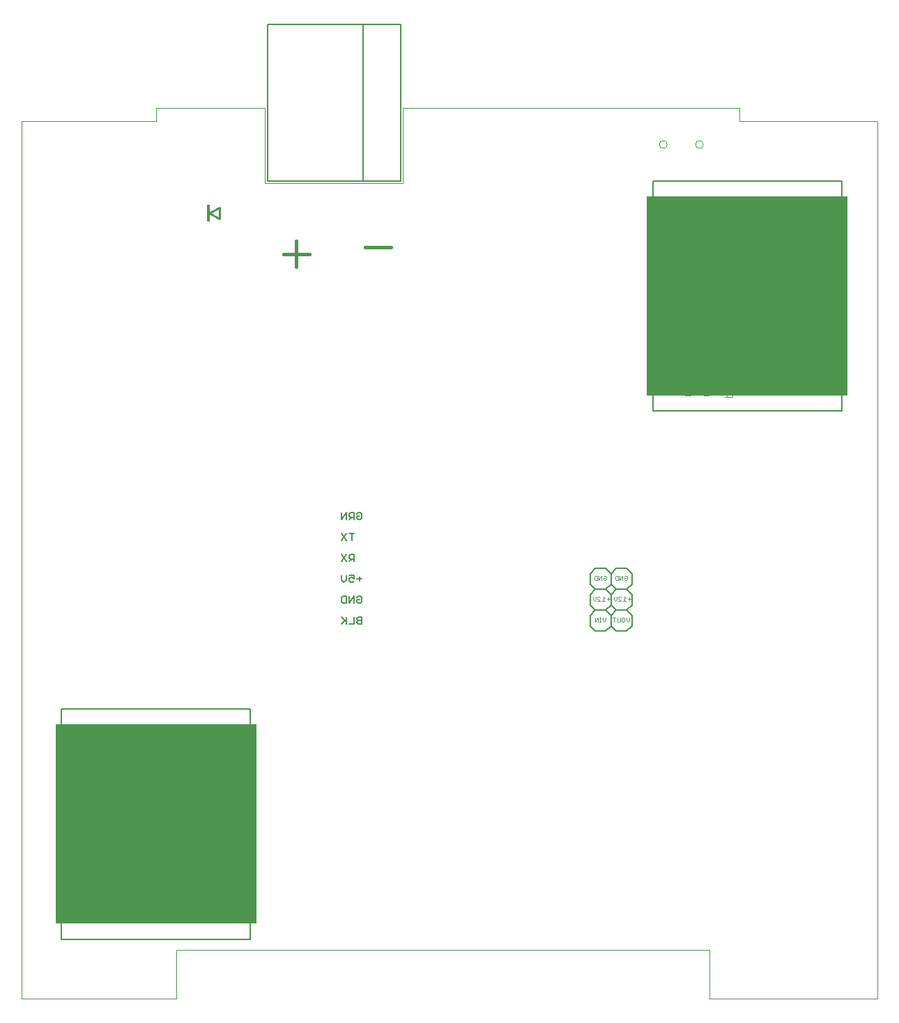
<source format=gbo>
G75*
G70*
%OFA0B0*%
%FSLAX24Y24*%
%IPPOS*%
%LPD*%
%AMOC8*
5,1,8,0,0,1.08239X$1,22.5*
%
%ADD10C,0.0000*%
%ADD11R,0.9600X0.9550*%
%ADD12C,0.0050*%
%ADD13C,0.0060*%
%ADD14C,0.0030*%
%ADD15C,0.0100*%
%ADD16R,0.0118X0.0827*%
%ADD17C,0.0080*%
%ADD18C,0.0040*%
%ADD19C,0.0160*%
D10*
X021939Y006539D02*
X029339Y006539D01*
X029339Y008889D01*
X054839Y008889D01*
X054839Y006539D01*
X062884Y006539D01*
X062884Y048546D01*
X056289Y048546D01*
X056289Y049189D01*
X040189Y049189D01*
X040189Y045589D01*
X033589Y045589D01*
X033589Y049189D01*
X028389Y049189D01*
X028389Y048546D01*
X021939Y048546D01*
X021939Y006539D01*
X023089Y006539D02*
X027489Y006539D01*
X057539Y006539D02*
X061939Y006539D01*
X054179Y047439D02*
X054181Y047465D01*
X054187Y047491D01*
X054197Y047516D01*
X054210Y047539D01*
X054226Y047559D01*
X054246Y047577D01*
X054268Y047592D01*
X054291Y047604D01*
X054317Y047612D01*
X054343Y047616D01*
X054369Y047616D01*
X054395Y047612D01*
X054421Y047604D01*
X054445Y047592D01*
X054466Y047577D01*
X054486Y047559D01*
X054502Y047539D01*
X054515Y047516D01*
X054525Y047491D01*
X054531Y047465D01*
X054533Y047439D01*
X054531Y047413D01*
X054525Y047387D01*
X054515Y047362D01*
X054502Y047339D01*
X054486Y047319D01*
X054466Y047301D01*
X054444Y047286D01*
X054421Y047274D01*
X054395Y047266D01*
X054369Y047262D01*
X054343Y047262D01*
X054317Y047266D01*
X054291Y047274D01*
X054267Y047286D01*
X054246Y047301D01*
X054226Y047319D01*
X054210Y047339D01*
X054197Y047362D01*
X054187Y047387D01*
X054181Y047413D01*
X054179Y047439D01*
X052446Y047439D02*
X052448Y047465D01*
X052454Y047491D01*
X052464Y047516D01*
X052477Y047539D01*
X052493Y047559D01*
X052513Y047577D01*
X052535Y047592D01*
X052558Y047604D01*
X052584Y047612D01*
X052610Y047616D01*
X052636Y047616D01*
X052662Y047612D01*
X052688Y047604D01*
X052712Y047592D01*
X052733Y047577D01*
X052753Y047559D01*
X052769Y047539D01*
X052782Y047516D01*
X052792Y047491D01*
X052798Y047465D01*
X052800Y047439D01*
X052798Y047413D01*
X052792Y047387D01*
X052782Y047362D01*
X052769Y047339D01*
X052753Y047319D01*
X052733Y047301D01*
X052711Y047286D01*
X052688Y047274D01*
X052662Y047266D01*
X052636Y047262D01*
X052610Y047262D01*
X052584Y047266D01*
X052558Y047274D01*
X052534Y047286D01*
X052513Y047301D01*
X052493Y047319D01*
X052477Y047339D01*
X052464Y047362D01*
X052454Y047387D01*
X052448Y047413D01*
X052446Y047439D01*
X057539Y048546D02*
X061939Y048546D01*
X027489Y048546D02*
X023089Y048546D01*
D11*
X056639Y040164D03*
X028389Y014914D03*
D12*
X032894Y020413D02*
X032894Y009389D01*
X023839Y009389D01*
X023839Y020413D01*
X032894Y020413D01*
X052134Y034666D02*
X052134Y045689D01*
X061189Y045689D01*
X061189Y034666D01*
X052134Y034666D01*
X040078Y045687D02*
X038287Y045687D01*
X038287Y053167D01*
X040078Y053167D01*
X040078Y045687D01*
X038287Y045687D02*
X033700Y045687D01*
X033700Y053167D01*
X038287Y053167D01*
D13*
X056093Y041445D02*
X056093Y041211D01*
X056210Y041094D01*
X056327Y041094D01*
X056444Y041211D01*
X056444Y041445D01*
X056327Y041561D01*
X056210Y041561D01*
X056093Y041445D01*
X056444Y041445D02*
X056560Y041561D01*
X056677Y041561D01*
X056794Y041445D01*
X056794Y041211D01*
X056677Y041094D01*
X056560Y041094D01*
X056444Y041211D01*
X056677Y040862D02*
X056210Y040395D01*
X056093Y040511D01*
X056093Y040745D01*
X056210Y040862D01*
X056677Y040862D01*
X056794Y040745D01*
X056794Y040511D01*
X056677Y040395D01*
X056210Y040395D01*
X056210Y040162D02*
X056093Y040045D01*
X056093Y039812D01*
X056210Y039695D01*
X056327Y039695D01*
X056444Y039812D01*
X056444Y040045D01*
X056327Y040162D01*
X056210Y040162D01*
X056444Y040045D02*
X056560Y040162D01*
X056677Y040162D01*
X056794Y040045D01*
X056794Y039812D01*
X056677Y039695D01*
X056560Y039695D01*
X056444Y039812D01*
X056444Y039462D02*
X056210Y039462D01*
X056093Y039345D01*
X056093Y039112D01*
X056210Y038995D01*
X056444Y038995D02*
X056560Y039229D01*
X056560Y039345D01*
X056444Y039462D01*
X056794Y039462D02*
X056794Y038995D01*
X056444Y038995D01*
X056794Y038762D02*
X056093Y038295D01*
X056093Y038062D02*
X056327Y037829D01*
X056327Y037946D02*
X056327Y037595D01*
X056093Y037595D02*
X056794Y037595D01*
X056794Y037946D01*
X056677Y038062D01*
X056444Y038062D01*
X056327Y037946D01*
X056794Y038295D02*
X056093Y038762D01*
X038214Y029753D02*
X038214Y029526D01*
X038158Y029469D01*
X038044Y029469D01*
X037987Y029526D01*
X037987Y029640D01*
X038101Y029640D01*
X038214Y029753D02*
X038158Y029810D01*
X038044Y029810D01*
X037987Y029753D01*
X037846Y029810D02*
X037676Y029810D01*
X037619Y029753D01*
X037619Y029640D01*
X037676Y029583D01*
X037846Y029583D01*
X037733Y029583D02*
X037619Y029469D01*
X037478Y029469D02*
X037478Y029810D01*
X037251Y029469D01*
X037251Y029810D01*
X037846Y029810D02*
X037846Y029469D01*
X037846Y028810D02*
X037619Y028810D01*
X037733Y028810D02*
X037733Y028469D01*
X037478Y028469D02*
X037251Y028810D01*
X037478Y028810D02*
X037251Y028469D01*
X037251Y027810D02*
X037478Y027469D01*
X037619Y027469D02*
X037733Y027583D01*
X037676Y027583D02*
X037846Y027583D01*
X037846Y027469D02*
X037846Y027810D01*
X037676Y027810D01*
X037619Y027753D01*
X037619Y027640D01*
X037676Y027583D01*
X037478Y027810D02*
X037251Y027469D01*
X037251Y026810D02*
X037251Y026583D01*
X037364Y026469D01*
X037478Y026583D01*
X037478Y026810D01*
X037619Y026810D02*
X037846Y026810D01*
X037846Y026640D01*
X037733Y026696D01*
X037676Y026696D01*
X037619Y026640D01*
X037619Y026526D01*
X037676Y026469D01*
X037789Y026469D01*
X037846Y026526D01*
X037987Y026640D02*
X038214Y026640D01*
X038101Y026753D02*
X038101Y026526D01*
X038044Y025810D02*
X038158Y025810D01*
X038214Y025753D01*
X038214Y025526D01*
X038158Y025469D01*
X038044Y025469D01*
X037987Y025526D01*
X037987Y025640D01*
X038101Y025640D01*
X037987Y025753D02*
X038044Y025810D01*
X037846Y025810D02*
X037619Y025469D01*
X037619Y025810D01*
X037478Y025810D02*
X037308Y025810D01*
X037251Y025753D01*
X037251Y025526D01*
X037308Y025469D01*
X037478Y025469D01*
X037478Y025810D01*
X037846Y025810D02*
X037846Y025469D01*
X037846Y024810D02*
X037846Y024469D01*
X037619Y024469D01*
X037478Y024469D02*
X037478Y024810D01*
X037421Y024640D02*
X037251Y024469D01*
X037478Y024583D02*
X037251Y024810D01*
X037987Y024753D02*
X037987Y024696D01*
X038044Y024640D01*
X038214Y024640D01*
X038214Y024810D02*
X038044Y024810D01*
X037987Y024753D01*
X038044Y024640D02*
X037987Y024583D01*
X037987Y024526D01*
X038044Y024469D01*
X038214Y024469D01*
X038214Y024810D01*
X028936Y017194D02*
X028819Y017311D01*
X028703Y017311D01*
X028586Y017194D01*
X028586Y016960D01*
X028703Y016844D01*
X028819Y016844D01*
X028936Y016960D01*
X028936Y017194D01*
X028586Y017194D02*
X028469Y017311D01*
X028352Y017311D01*
X028236Y017194D01*
X028236Y016960D01*
X028352Y016844D01*
X028469Y016844D01*
X028586Y016960D01*
X028819Y016611D02*
X028352Y016611D01*
X028236Y016494D01*
X028236Y016261D01*
X028352Y016144D01*
X028819Y016611D01*
X028936Y016494D01*
X028936Y016261D01*
X028819Y016144D01*
X028352Y016144D01*
X028352Y015911D02*
X028236Y015794D01*
X028236Y015561D01*
X028352Y015444D01*
X028469Y015444D01*
X028586Y015561D01*
X028586Y015794D01*
X028469Y015911D01*
X028352Y015911D01*
X028586Y015794D02*
X028703Y015911D01*
X028819Y015911D01*
X028936Y015794D01*
X028936Y015561D01*
X028819Y015444D01*
X028703Y015444D01*
X028586Y015561D01*
X028586Y015211D02*
X028352Y015211D01*
X028236Y015094D01*
X028236Y014861D01*
X028352Y014744D01*
X028586Y014744D02*
X028703Y014978D01*
X028703Y015094D01*
X028586Y015211D01*
X028936Y015211D02*
X028936Y014744D01*
X028586Y014744D01*
X028936Y014511D02*
X028236Y014044D01*
X028236Y013812D02*
X028469Y013578D01*
X028469Y013695D02*
X028469Y013345D01*
X028236Y013345D02*
X028936Y013345D01*
X028936Y013695D01*
X028819Y013812D01*
X028586Y013812D01*
X028469Y013695D01*
X028936Y014044D02*
X028236Y014511D01*
D14*
X026396Y011174D02*
X026149Y011174D01*
X026087Y011112D01*
X026087Y010927D01*
X026458Y010927D01*
X026458Y011112D01*
X026396Y011174D01*
X026458Y010806D02*
X026087Y010806D01*
X026458Y010559D01*
X026087Y010559D01*
X026149Y010437D02*
X026273Y010437D01*
X026273Y010314D01*
X026396Y010437D02*
X026458Y010376D01*
X026458Y010252D01*
X026396Y010190D01*
X026149Y010190D01*
X026087Y010252D01*
X026087Y010376D01*
X026149Y010437D01*
X025458Y010559D02*
X025087Y010806D01*
X025458Y010806D01*
X025458Y010927D02*
X025458Y011174D01*
X025458Y011051D02*
X025087Y011051D01*
X025087Y010559D02*
X025458Y010559D01*
X025334Y010437D02*
X025458Y010314D01*
X025334Y010190D01*
X025087Y010190D01*
X025273Y010190D02*
X025273Y010437D01*
X025334Y010437D02*
X025087Y010437D01*
X024458Y010376D02*
X024458Y010252D01*
X024396Y010190D01*
X024149Y010190D01*
X024087Y010252D01*
X024087Y010376D01*
X024149Y010437D01*
X024273Y010437D01*
X024273Y010314D01*
X024396Y010437D02*
X024458Y010376D01*
X024458Y010559D02*
X024087Y010806D01*
X024458Y010806D01*
X024458Y010927D02*
X024458Y011112D01*
X024396Y011174D01*
X024149Y011174D01*
X024087Y011112D01*
X024087Y010927D01*
X024458Y010927D01*
X024458Y010559D02*
X024087Y010559D01*
X029087Y018414D02*
X029458Y018414D01*
X029458Y018599D01*
X029396Y018661D01*
X029273Y018661D01*
X029211Y018599D01*
X029211Y018414D01*
X029211Y018538D02*
X029087Y018661D01*
X029149Y018782D02*
X029087Y018844D01*
X029087Y018968D01*
X029149Y019029D01*
X029211Y019029D01*
X029273Y018968D01*
X029273Y018844D01*
X029334Y018782D01*
X029396Y018782D01*
X029458Y018844D01*
X029458Y018968D01*
X029396Y019029D01*
X029396Y019151D02*
X029334Y019151D01*
X029273Y019213D01*
X029273Y019336D01*
X029211Y019398D01*
X029149Y019398D01*
X029087Y019336D01*
X029087Y019213D01*
X029149Y019151D01*
X029396Y019151D02*
X029458Y019213D01*
X029458Y019336D01*
X029396Y019398D01*
X029458Y019519D02*
X029458Y019643D01*
X029458Y019581D02*
X029087Y019581D01*
X029087Y019519D02*
X029087Y019643D01*
X028458Y019520D02*
X028211Y019520D01*
X028087Y019397D01*
X028211Y019274D01*
X028458Y019274D01*
X028458Y019152D02*
X028458Y018905D01*
X028273Y018905D01*
X028334Y019029D01*
X028334Y019090D01*
X028273Y019152D01*
X028149Y019152D01*
X028087Y019090D01*
X028087Y018967D01*
X028149Y018905D01*
X028273Y018784D02*
X028273Y018537D01*
X028396Y018660D02*
X028149Y018660D01*
X027458Y018599D02*
X027396Y018537D01*
X027149Y018537D01*
X027087Y018599D01*
X027087Y018722D01*
X027149Y018784D01*
X027273Y018784D01*
X027273Y018660D01*
X027396Y018784D02*
X027458Y018722D01*
X027458Y018599D01*
X027458Y018905D02*
X027087Y019152D01*
X027458Y019152D01*
X027458Y019274D02*
X027458Y019459D01*
X027396Y019520D01*
X027149Y019520D01*
X027087Y019459D01*
X027087Y019274D01*
X027458Y019274D01*
X027458Y018905D02*
X027087Y018905D01*
X026458Y018905D02*
X026087Y018905D01*
X026149Y018784D02*
X026087Y018722D01*
X026087Y018599D01*
X026149Y018537D01*
X026396Y018537D01*
X026458Y018599D01*
X026458Y018722D01*
X026396Y018784D01*
X026273Y018905D02*
X026273Y019152D01*
X026396Y019274D02*
X026458Y019335D01*
X026458Y019459D01*
X026396Y019520D01*
X026334Y019520D01*
X026273Y019459D01*
X026211Y019520D01*
X026149Y019520D01*
X026087Y019459D01*
X026087Y019335D01*
X026149Y019274D01*
X026087Y019152D02*
X026458Y019152D01*
X026273Y019397D02*
X026273Y019459D01*
X025458Y019459D02*
X025458Y019335D01*
X025396Y019274D01*
X025458Y019152D02*
X025087Y019152D01*
X025087Y019274D02*
X025334Y019520D01*
X025396Y019520D01*
X025458Y019459D01*
X025273Y019152D02*
X025273Y018905D01*
X025396Y018784D02*
X025458Y018722D01*
X025458Y018599D01*
X025396Y018537D01*
X025149Y018537D01*
X025087Y018599D01*
X025087Y018722D01*
X025149Y018784D01*
X025087Y018905D02*
X025458Y018905D01*
X025087Y019274D02*
X025087Y019520D01*
X024458Y019397D02*
X024087Y019397D01*
X024087Y019274D02*
X024087Y019520D01*
X024334Y019274D02*
X024458Y019397D01*
X024458Y019152D02*
X024087Y019152D01*
X024273Y019152D02*
X024273Y018905D01*
X024396Y018784D02*
X024458Y018722D01*
X024458Y018599D01*
X024396Y018537D01*
X024149Y018537D01*
X024087Y018599D01*
X024087Y018722D01*
X024149Y018784D01*
X024087Y018905D02*
X024458Y018905D01*
X030087Y018916D02*
X030149Y018977D01*
X030396Y018977D01*
X030458Y018916D01*
X030458Y018730D01*
X030087Y018730D01*
X030087Y018916D01*
X030087Y019099D02*
X030087Y019222D01*
X030087Y019160D02*
X030458Y019160D01*
X030458Y019099D02*
X030458Y019222D01*
X030396Y019344D02*
X030149Y019344D01*
X030087Y019406D01*
X030087Y019529D01*
X030149Y019591D01*
X030396Y019591D01*
X030458Y019529D01*
X030458Y019406D01*
X030396Y019344D01*
X031087Y019406D02*
X031087Y019529D01*
X031149Y019591D01*
X031396Y019591D01*
X031458Y019529D01*
X031458Y019406D01*
X031396Y019344D01*
X031149Y019344D01*
X031087Y019406D01*
X031087Y019223D02*
X031087Y018976D01*
X031458Y018976D01*
X031458Y019223D01*
X031273Y019099D02*
X031273Y018976D01*
X031396Y018855D02*
X031458Y018793D01*
X031458Y018608D01*
X031087Y018608D01*
X031087Y018793D01*
X031149Y018855D01*
X031396Y018855D01*
X031458Y018486D02*
X031458Y018362D01*
X031458Y018424D02*
X031087Y018424D01*
X031087Y018362D02*
X031087Y018486D01*
X031211Y018241D02*
X031458Y018241D01*
X031211Y018241D02*
X031087Y018117D01*
X031211Y017994D01*
X031458Y017994D01*
X032087Y018599D02*
X032087Y018722D01*
X032149Y018784D01*
X032273Y018784D01*
X032273Y018660D01*
X032396Y018537D02*
X032149Y018537D01*
X032087Y018599D01*
X032087Y018905D02*
X032458Y018905D01*
X032087Y019152D01*
X032458Y019152D01*
X032458Y019274D02*
X032458Y019459D01*
X032396Y019520D01*
X032149Y019520D01*
X032087Y019459D01*
X032087Y019274D01*
X032458Y019274D01*
X032396Y018784D02*
X032458Y018722D01*
X032458Y018599D01*
X032396Y018537D01*
X030458Y018609D02*
X030149Y018609D01*
X030087Y018547D01*
X030087Y018424D01*
X030149Y018362D01*
X030458Y018362D01*
X030334Y018241D02*
X030087Y018241D01*
X030273Y018241D02*
X030273Y017994D01*
X030334Y017994D02*
X030458Y018117D01*
X030334Y018241D01*
X030334Y017994D02*
X030087Y017994D01*
X052571Y035529D02*
X052571Y035652D01*
X052633Y035714D01*
X052756Y035714D01*
X052756Y035590D01*
X052633Y035467D02*
X052571Y035529D01*
X052633Y035467D02*
X052880Y035467D01*
X052942Y035529D01*
X052942Y035652D01*
X052880Y035714D01*
X052942Y035835D02*
X052571Y036082D01*
X052942Y036082D01*
X052942Y036203D02*
X052942Y036389D01*
X052880Y036450D01*
X052633Y036450D01*
X052571Y036389D01*
X052571Y036203D01*
X052942Y036203D01*
X052942Y035835D02*
X052571Y035835D01*
X053571Y035826D02*
X053942Y035826D01*
X053942Y035764D02*
X053942Y035888D01*
X053942Y036010D02*
X053942Y036195D01*
X053880Y036257D01*
X053633Y036257D01*
X053571Y036195D01*
X053571Y036010D01*
X053942Y036010D01*
X053942Y035643D02*
X053695Y035643D01*
X053571Y035520D01*
X053695Y035396D01*
X053942Y035396D01*
X053571Y035764D02*
X053571Y035888D01*
X053571Y036378D02*
X053571Y036625D01*
X053633Y036747D02*
X053571Y036808D01*
X053571Y036932D01*
X053633Y036994D01*
X053880Y036994D01*
X053942Y036932D01*
X053942Y036808D01*
X053880Y036747D01*
X053633Y036747D01*
X053756Y036502D02*
X053756Y036378D01*
X053571Y036378D02*
X053942Y036378D01*
X053942Y036625D01*
X054571Y036625D02*
X054571Y036501D01*
X054571Y036563D02*
X054942Y036563D01*
X054942Y036501D02*
X054942Y036625D01*
X054880Y036747D02*
X054633Y036747D01*
X054571Y036808D01*
X054571Y036932D01*
X054633Y036994D01*
X054880Y036994D01*
X054942Y036932D01*
X054942Y036808D01*
X054880Y036747D01*
X054880Y036380D02*
X054942Y036318D01*
X054942Y036133D01*
X054571Y036133D01*
X054571Y036318D01*
X054633Y036380D01*
X054880Y036380D01*
X054942Y036011D02*
X054633Y036011D01*
X054571Y035950D01*
X054571Y035826D01*
X054633Y035764D01*
X054942Y035764D01*
X054818Y035643D02*
X054571Y035643D01*
X054756Y035643D02*
X054756Y035396D01*
X054818Y035396D02*
X054942Y035520D01*
X054818Y035643D01*
X054818Y035396D02*
X054571Y035396D01*
X055571Y035344D02*
X055942Y035344D01*
X055942Y035529D01*
X055880Y035591D01*
X055756Y035591D01*
X055695Y035529D01*
X055695Y035344D01*
X055695Y035468D02*
X055571Y035591D01*
X055633Y035712D02*
X055571Y035774D01*
X055571Y035898D01*
X055633Y035959D01*
X055695Y035959D01*
X055756Y035898D01*
X055756Y035774D01*
X055818Y035712D01*
X055880Y035712D01*
X055942Y035774D01*
X055942Y035898D01*
X055880Y035959D01*
X055880Y036081D02*
X055818Y036081D01*
X055756Y036142D01*
X055756Y036266D01*
X055695Y036328D01*
X055633Y036328D01*
X055571Y036266D01*
X055571Y036142D01*
X055633Y036081D01*
X055880Y036081D02*
X055942Y036142D01*
X055942Y036266D01*
X055880Y036328D01*
X055942Y036449D02*
X055942Y036572D01*
X055942Y036511D02*
X055571Y036511D01*
X055571Y036572D02*
X055571Y036449D01*
X056571Y036327D02*
X056695Y036450D01*
X056942Y036450D01*
X056942Y036203D02*
X056695Y036203D01*
X056571Y036327D01*
X056633Y036082D02*
X056571Y036020D01*
X056571Y035897D01*
X056633Y035835D01*
X056756Y035835D02*
X056818Y035959D01*
X056818Y036020D01*
X056756Y036082D01*
X056633Y036082D01*
X056756Y035835D02*
X056942Y035835D01*
X056942Y036082D01*
X056756Y035714D02*
X056756Y035467D01*
X056633Y035590D02*
X056880Y035590D01*
X057571Y035529D02*
X057571Y035652D01*
X057633Y035714D01*
X057756Y035714D01*
X057756Y035590D01*
X057633Y035467D02*
X057571Y035529D01*
X057633Y035467D02*
X057880Y035467D01*
X057942Y035529D01*
X057942Y035652D01*
X057880Y035714D01*
X057942Y035835D02*
X057571Y036082D01*
X057942Y036082D01*
X057942Y036203D02*
X057942Y036389D01*
X057880Y036450D01*
X057633Y036450D01*
X057571Y036389D01*
X057571Y036203D01*
X057942Y036203D01*
X057942Y035835D02*
X057571Y035835D01*
X058571Y035835D02*
X058942Y035835D01*
X058880Y035714D02*
X058942Y035652D01*
X058942Y035529D01*
X058880Y035467D01*
X058633Y035467D01*
X058571Y035529D01*
X058571Y035652D01*
X058633Y035714D01*
X058756Y035835D02*
X058756Y036082D01*
X058633Y036203D02*
X058571Y036265D01*
X058571Y036389D01*
X058633Y036450D01*
X058695Y036450D01*
X058756Y036389D01*
X058756Y036327D01*
X058756Y036389D02*
X058818Y036450D01*
X058880Y036450D01*
X058942Y036389D01*
X058942Y036265D01*
X058880Y036203D01*
X058942Y036082D02*
X058571Y036082D01*
X059571Y036082D02*
X059942Y036082D01*
X059880Y036203D02*
X059942Y036265D01*
X059942Y036389D01*
X059880Y036450D01*
X059818Y036450D01*
X059571Y036203D01*
X059571Y036450D01*
X059756Y036082D02*
X059756Y035835D01*
X059633Y035714D02*
X059571Y035652D01*
X059571Y035529D01*
X059633Y035467D01*
X059880Y035467D01*
X059942Y035529D01*
X059942Y035652D01*
X059880Y035714D01*
X059942Y035835D02*
X059571Y035835D01*
X060571Y035835D02*
X060942Y035835D01*
X060880Y035714D02*
X060942Y035652D01*
X060942Y035529D01*
X060880Y035467D01*
X060633Y035467D01*
X060571Y035529D01*
X060571Y035652D01*
X060633Y035714D01*
X060756Y035835D02*
X060756Y036082D01*
X060818Y036203D02*
X060942Y036327D01*
X060571Y036327D01*
X060571Y036450D02*
X060571Y036203D01*
X060571Y036082D02*
X060942Y036082D01*
X060880Y043813D02*
X060633Y043813D01*
X060571Y043875D01*
X060571Y043998D01*
X060633Y044060D01*
X060756Y044060D01*
X060756Y043937D01*
X060880Y044060D02*
X060942Y043998D01*
X060942Y043875D01*
X060880Y043813D01*
X060942Y044182D02*
X060571Y044429D01*
X060942Y044429D01*
X060942Y044550D02*
X060942Y044735D01*
X060880Y044797D01*
X060633Y044797D01*
X060571Y044735D01*
X060571Y044550D01*
X060942Y044550D01*
X060942Y044182D02*
X060571Y044182D01*
X059942Y044182D02*
X059571Y044429D01*
X059942Y044429D01*
X059942Y044550D02*
X059942Y044797D01*
X059942Y044673D02*
X059571Y044673D01*
X059571Y044182D02*
X059942Y044182D01*
X059818Y044060D02*
X059942Y043937D01*
X059818Y043813D01*
X059571Y043813D01*
X059756Y043813D02*
X059756Y044060D01*
X059818Y044060D02*
X059571Y044060D01*
X058942Y043998D02*
X058942Y043875D01*
X058880Y043813D01*
X058633Y043813D01*
X058571Y043875D01*
X058571Y043998D01*
X058633Y044060D01*
X058756Y044060D01*
X058756Y043937D01*
X058880Y044060D02*
X058942Y043998D01*
X058942Y044182D02*
X058571Y044429D01*
X058942Y044429D01*
X058942Y044550D02*
X058942Y044735D01*
X058880Y044797D01*
X058633Y044797D01*
X058571Y044735D01*
X058571Y044550D01*
X058942Y044550D01*
X058942Y044182D02*
X058571Y044182D01*
D15*
X031409Y044415D02*
X031409Y043864D01*
X030917Y044139D01*
X031409Y044415D01*
D16*
X030897Y044139D03*
D17*
X049139Y026889D02*
X049389Y027139D01*
X049889Y027139D01*
X050139Y026889D01*
X050139Y026389D01*
X049889Y026139D01*
X050139Y025889D01*
X050389Y026139D01*
X050139Y026389D01*
X049889Y026139D02*
X049389Y026139D01*
X049139Y025889D01*
X049139Y025389D01*
X049389Y025139D01*
X049139Y024889D01*
X049139Y024389D01*
X049389Y024139D01*
X049889Y024139D01*
X050139Y024389D01*
X050139Y024889D01*
X049889Y025139D01*
X049389Y025139D01*
X049889Y025139D02*
X050139Y025389D01*
X050139Y025889D01*
X050389Y026139D02*
X050889Y026139D01*
X051139Y025889D01*
X051139Y025389D01*
X050889Y025139D01*
X050389Y025139D01*
X050139Y025389D01*
X050389Y025139D02*
X050139Y024889D01*
X050139Y024389D02*
X050389Y024139D01*
X050889Y024139D01*
X051139Y024389D01*
X051139Y024889D01*
X050889Y025139D01*
X050889Y026139D02*
X051139Y026389D01*
X051139Y026889D01*
X050889Y027139D01*
X050389Y027139D01*
X050139Y026889D01*
X049389Y026139D02*
X049139Y026389D01*
X049139Y026889D01*
D18*
X049344Y026726D02*
X049377Y026760D01*
X049477Y026760D01*
X049477Y026559D01*
X049377Y026559D01*
X049344Y026593D01*
X049344Y026726D01*
X049565Y026760D02*
X049565Y026559D01*
X049698Y026760D01*
X049698Y026559D01*
X049786Y026593D02*
X049786Y026659D01*
X049853Y026659D01*
X049919Y026593D02*
X049886Y026559D01*
X049819Y026559D01*
X049786Y026593D01*
X049786Y026726D02*
X049819Y026760D01*
X049886Y026760D01*
X049919Y026726D01*
X049919Y026593D01*
X050344Y026593D02*
X050344Y026726D01*
X050377Y026760D01*
X050477Y026760D01*
X050477Y026559D01*
X050377Y026559D01*
X050344Y026593D01*
X050565Y026559D02*
X050565Y026760D01*
X050698Y026760D02*
X050565Y026559D01*
X050698Y026559D02*
X050698Y026760D01*
X050786Y026726D02*
X050819Y026760D01*
X050886Y026760D01*
X050919Y026726D01*
X050919Y026593D01*
X050886Y026559D01*
X050819Y026559D01*
X050786Y026593D01*
X050786Y026659D01*
X050853Y026659D01*
X050782Y025760D02*
X050782Y025559D01*
X050848Y025559D02*
X050715Y025559D01*
X050627Y025559D02*
X050494Y025693D01*
X050494Y025726D01*
X050527Y025760D01*
X050594Y025760D01*
X050627Y025726D01*
X050782Y025760D02*
X050848Y025693D01*
X050936Y025659D02*
X051069Y025659D01*
X051003Y025593D02*
X051003Y025726D01*
X050627Y025559D02*
X050494Y025559D01*
X050406Y025626D02*
X050340Y025559D01*
X050273Y025626D01*
X050273Y025760D01*
X050406Y025760D02*
X050406Y025626D01*
X050069Y025659D02*
X049936Y025659D01*
X049848Y025693D02*
X049782Y025760D01*
X049782Y025559D01*
X049848Y025559D02*
X049715Y025559D01*
X049627Y025559D02*
X049494Y025693D01*
X049494Y025726D01*
X049527Y025760D01*
X049594Y025760D01*
X049627Y025726D01*
X049627Y025559D02*
X049494Y025559D01*
X049406Y025626D02*
X049340Y025559D01*
X049273Y025626D01*
X049273Y025760D01*
X049406Y025760D02*
X049406Y025626D01*
X050003Y025593D02*
X050003Y025726D01*
X049869Y024760D02*
X049869Y024626D01*
X049803Y024559D01*
X049736Y024626D01*
X049736Y024760D01*
X049648Y024760D02*
X049582Y024760D01*
X049615Y024760D02*
X049615Y024559D01*
X049648Y024559D02*
X049582Y024559D01*
X049501Y024559D02*
X049501Y024760D01*
X049368Y024559D01*
X049368Y024760D01*
X050223Y024760D02*
X050356Y024760D01*
X050290Y024760D02*
X050290Y024559D01*
X050444Y024593D02*
X050444Y024760D01*
X050577Y024760D02*
X050577Y024593D01*
X050544Y024559D01*
X050477Y024559D01*
X050444Y024593D01*
X050665Y024593D02*
X050665Y024726D01*
X050698Y024760D01*
X050765Y024760D01*
X050798Y024726D01*
X050798Y024593D01*
X050765Y024559D01*
X050698Y024559D01*
X050665Y024593D01*
X050886Y024626D02*
X050886Y024760D01*
X051019Y024760D02*
X051019Y024626D01*
X050953Y024559D01*
X050886Y024626D01*
D19*
X035095Y041574D02*
X035095Y042802D01*
X035709Y042188D02*
X034481Y042188D01*
X038377Y042495D02*
X039605Y042495D01*
M02*

</source>
